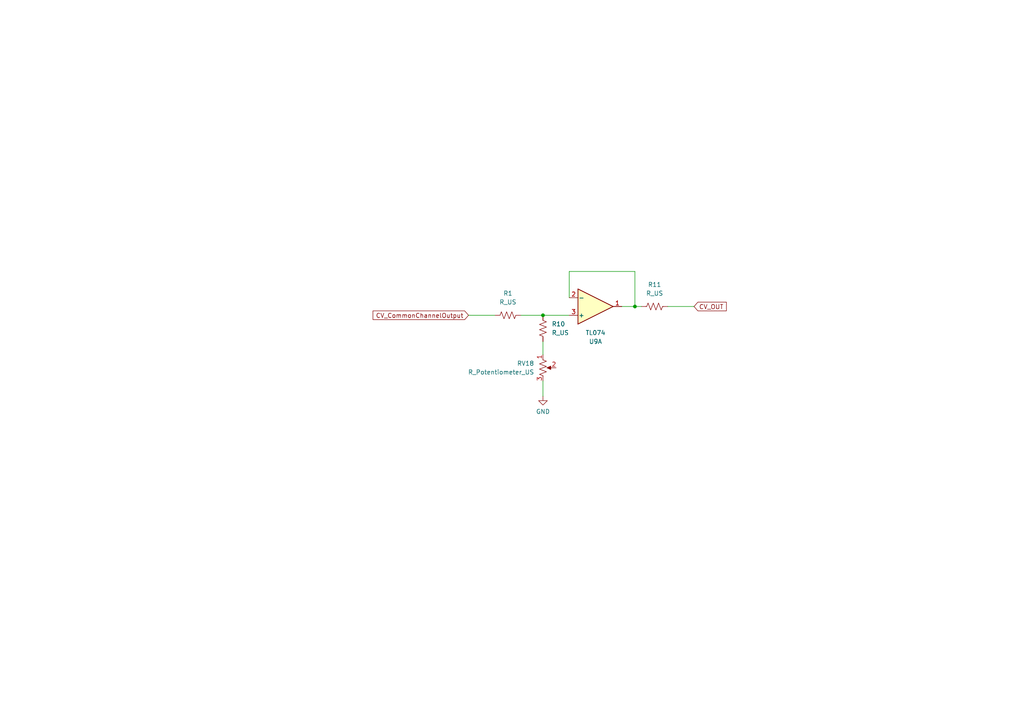
<source format=kicad_sch>
(kicad_sch (version 20230121) (generator eeschema)
  (paper "A4")
  (lib_symbols
    (symbol "Amplifier_Operational:TL074" (pin_names (offset 0.127))
      (property "Reference" "U" (at 0 5.08 0))
      (property "Value" "TL074" (at 0 -5.08 0))
      (symbol "TL074_1_1"
        (polyline (pts (xy -5.08 5.08) (xy 5.08 0) (xy -5.08 -5.08) (xy -5.08 5.08)) (stroke (width 0.254)) (fill (type background)))
        (pin output line (at 7.62 0 180) (length 2.54) (name "~") (number "1"))
        (pin input line (at -7.62 -2.54 0) (length 2.54) (name "-") (number "2"))
        (pin input line (at -7.62 2.54 0) (length 2.54) (name "+") (number "3"))
      )
      (symbol "TL074_2_1"
        (polyline (pts (xy -5.08 5.08) (xy 5.08 0) (xy -5.08 -5.08) (xy -5.08 5.08)) (stroke (width 0.254)) (fill (type background)))
        (pin input line (at -7.62 2.54 0) (length 2.54) (name "+") (number "5"))
        (pin input line (at -7.62 -2.54 0) (length 2.54) (name "-") (number "6"))
        (pin output line (at 7.62 0 180) (length 2.54) (name "~") (number "7"))
      )
      (symbol "TL074_3_1"
        (polyline (pts (xy -5.08 5.08) (xy 5.08 0) (xy -5.08 -5.08) (xy -5.08 5.08)) (stroke (width 0.254)) (fill (type background)))
        (pin input line (at -7.62 2.54 0) (length 2.54) (name "+") (number "10"))
        (pin output line (at 7.62 0 180) (length 2.54) (name "~") (number "8"))
        (pin input line (at -7.62 -2.54 0) (length 2.54) (name "-") (number "9"))
      )
      (symbol "TL074_4_1"
        (polyline (pts (xy -5.08 5.08) (xy 5.08 0) (xy -5.08 -5.08) (xy -5.08 5.08)) (stroke (width 0.254)) (fill (type background)))
        (pin input line (at -7.62 2.54 0) (length 2.54) (name "+") (number "12"))
        (pin input line (at -7.62 -2.54 0) (length 2.54) (name "-") (number "13"))
        (pin output line (at 7.62 0 180) (length 2.54) (name "~") (number "14"))
      )
      (symbol "TL074_5_1"
        (pin power_in line (at -2.54 -7.62 90) (length 3.81) (name "V-") (number "11"))
        (pin power_in line (at -2.54 7.62 270) (length 3.81) (name "V+") (number "4"))
      )
    )
    (symbol "Device:R_Potentiometer_US" (pin_names (offset 1.016) hide)
      (property "Reference" "RV" (at -4.445 0 90))
      (property "Value" "R_Potentiometer_US" (at -2.54 0 90))
      (symbol "R_Potentiometer_US_0_1"
        (polyline (pts (xy 0 -2.286) (xy 0 -2.54)))
        (polyline (pts (xy 0 2.54) (xy 0 2.286)))
        (polyline (pts (xy 2.54 0) (xy 1.524 0)))
        (polyline (pts (xy 1.143 0) (xy 2.286 0.508) (xy 2.286 -0.508) (xy 1.143 0)) (fill (type outline)))
        (polyline (pts (xy 0 -0.762) (xy 1.016 -1.143) (xy 0 -1.524) (xy -1.016 -1.905) (xy 0 -2.286)))
        (polyline (pts (xy 0 0.762) (xy 1.016 0.381) (xy 0 0) (xy -1.016 -0.381) (xy 0 -0.762)))
        (polyline (pts (xy 0 2.286) (xy 1.016 1.905) (xy 0 1.524) (xy -1.016 1.143) (xy 0 0.762)))
      )
      (symbol "R_Potentiometer_US_1_1"
        (pin passive line (at 0 3.81 270) (length 1.27) (name "1") (number "1"))
        (pin passive line (at 3.81 0 180) (length 1.27) (name "2") (number "2"))
        (pin passive line (at 0 -3.81 90) (length 1.27) (name "3") (number "3"))
      )
    )
    (symbol "Device:R_US" (pin_numbers hide) (pin_names (offset 0))
      (property "Reference" "R" (at 2.54 0 90))
      (property "Value" "R_US" (at -2.54 0 90))
      (symbol "R_US_0_1"
        (polyline (pts (xy 0 -2.286) (xy 0 -2.54)))
        (polyline (pts (xy 0 2.286) (xy 0 2.54)))
        (polyline (pts (xy 0 -0.762) (xy 1.016 -1.143) (xy 0 -1.524) (xy -1.016 -1.905) (xy 0 -2.286)))
        (polyline (pts (xy 0 0.762) (xy 1.016 0.381) (xy 0 0) (xy -1.016 -0.381) (xy 0 -0.762)))
        (polyline (pts (xy 0 2.286) (xy 1.016 1.905) (xy 0 1.524) (xy -1.016 1.143) (xy 0 0.762)))
      )
      (symbol "R_US_1_1"
        (pin passive line (at 0 3.81 270) (length 1.27) (name "~") (number "1"))
        (pin passive line (at 0 -3.81 90) (length 1.27) (name "~") (number "2"))
      )
    )
    (symbol "power:GND" (power) (pin_names (offset 0))
      (property "Value" "GND" (at 0 -3.81 0))
      (symbol "GND_0_1"
        (polyline (pts (xy 0 0) (xy 0 -1.27) (xy 1.27 -1.27) (xy 0 -2.54) (xy -1.27 -1.27) (xy 0 -1.27)))
      )
      (symbol "GND_1_1"
        (pin power_in line (at 0 0 270) (length 0) hide (name "GND") (number "1"))
      )
    )
  )
  (junction (at 184.15 88.9))
  (junction (at 157.48 91.44))
  (wire (pts (xy 180.34 88.9) (xy 184.15 88.9)))
  (wire (pts (xy 157.48 91.44) (xy 165.1 91.44)))
  (wire (pts (xy 184.15 88.9) (xy 184.15 78.74)))
  (wire (pts (xy 157.48 110.49) (xy 157.48 114.935)))
  (wire (pts (xy 193.675 88.9) (xy 201.295 88.9)))
  (wire (pts (xy 151.13 91.44) (xy 157.48 91.44)))
  (wire (pts (xy 157.48 99.06) (xy 157.48 102.87)))
  (wire (pts (xy 184.15 78.74) (xy 165.1 78.74)))
  (wire (pts (xy 165.1 78.74) (xy 165.1 86.36)))
  (wire (pts (xy 135.89 91.44) (xy 143.51 91.44)))
  (wire (pts (xy 184.15 88.9) (xy 186.055 88.9)))
  (global_label "CV_OUT" (shape input) (at 201.295 88.9 0) (property "Intersheetrefs" "${INTERSHEET_REFS}" (effects hide)))
  (global_label "CV_CommonChannelOutput" (shape input) (at 135.89 91.44 180) (property "Intersheetrefs" "${INTERSHEET_REFS}" (effects hide)))
  (symbol (lib_id "Amplifier_Operational:TL074") (at 172.72 88.9 0) (mirror x) (unit 1)
    (property "Reference" "U9" (at 172.72 99.06 0))
    (property "Value" "TL074" (at 172.72 96.52 0))
    (property "Datasheet" "http://www.ti.com/lit/ds/symlink/tl071.pdf" (effects hide))
  )
  (symbol (lib_id "Device:R_US") (at 147.32 91.44 90) (unit 1)
    (property "Reference" "R1" (at 147.32 85.09 90))
    (property "Value" "R_US" (at 147.32 87.63 90))
  )
  (symbol (lib_id "Device:R_Potentiometer_US") (at 157.48 106.68 0) (unit 1)
    (property "Reference" "RV18" (at 154.94 105.41 0) (effects (justify right)))
    (property "Value" "R_Potentiometer_US" (at 154.94 107.95 0) (effects (justify right)))
  )
  (symbol (lib_id "Device:R_US") (at 189.865 88.9 90) (unit 1)
    (property "Reference" "R11" (at 189.865 82.55 90))
    (property "Value" "R_US" (at 189.865 85.09 90))
  )
  (symbol (lib_id "power:GND") (at 157.48 114.935 0) (unit 1)
    (property "Reference" "#PWR025" (effects hide))
    (property "Value" "GND" (at 157.48 119.38 0))
  )
  (symbol (lib_id "Device:R_US") (at 157.48 95.25 180) (unit 1)
    (property "Reference" "R10" (at 160.02 93.98 0) (effects (justify right)))
    (property "Value" "R_US" (at 160.02 96.52 0) (effects (justify right)))
  )
)
</source>
